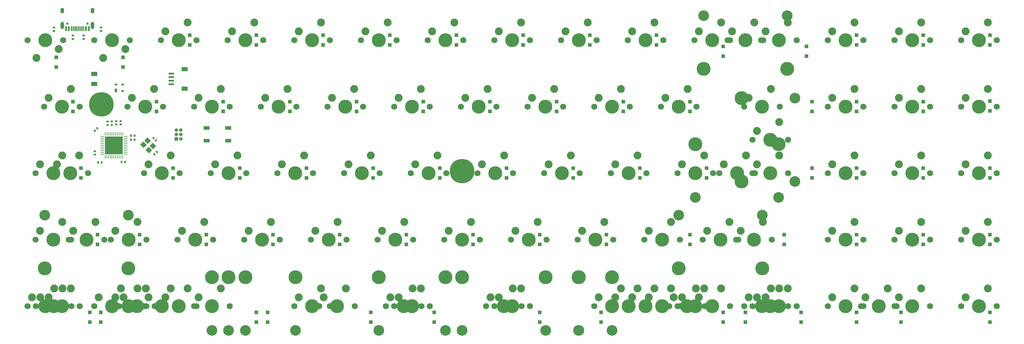
<source format=gbr>
%TF.GenerationSoftware,KiCad,Pcbnew,(7.0.0)*%
%TF.CreationDate,2023-03-04T14:45:49+01:00*%
%TF.ProjectId,qazimodo,71617a69-6d6f-4646-9f2e-6b696361645f,rev?*%
%TF.SameCoordinates,Original*%
%TF.FileFunction,Soldermask,Bot*%
%TF.FilePolarity,Negative*%
%FSLAX46Y46*%
G04 Gerber Fmt 4.6, Leading zero omitted, Abs format (unit mm)*
G04 Created by KiCad (PCBNEW (7.0.0)) date 2023-03-04 14:45:49*
%MOMM*%
%LPD*%
G01*
G04 APERTURE LIST*
G04 Aperture macros list*
%AMRoundRect*
0 Rectangle with rounded corners*
0 $1 Rounding radius*
0 $2 $3 $4 $5 $6 $7 $8 $9 X,Y pos of 4 corners*
0 Add a 4 corners polygon primitive as box body*
4,1,4,$2,$3,$4,$5,$6,$7,$8,$9,$2,$3,0*
0 Add four circle primitives for the rounded corners*
1,1,$1+$1,$2,$3*
1,1,$1+$1,$4,$5*
1,1,$1+$1,$6,$7*
1,1,$1+$1,$8,$9*
0 Add four rect primitives between the rounded corners*
20,1,$1+$1,$2,$3,$4,$5,0*
20,1,$1+$1,$4,$5,$6,$7,0*
20,1,$1+$1,$6,$7,$8,$9,0*
20,1,$1+$1,$8,$9,$2,$3,0*%
%AMRotRect*
0 Rectangle, with rotation*
0 The origin of the aperture is its center*
0 $1 length*
0 $2 width*
0 $3 Rotation angle, in degrees counterclockwise*
0 Add horizontal line*
21,1,$1,$2,0,0,$3*%
G04 Aperture macros list end*
%ADD10C,1.750000*%
%ADD11C,3.987800*%
%ADD12C,2.250000*%
%ADD13C,3.048000*%
%ADD14C,4.000000*%
%ADD15C,2.200000*%
%ADD16C,1.000000*%
%ADD17C,7.001300*%
%ADD18C,7.000240*%
%ADD19R,1.800000X1.100000*%
%ADD20R,1.100000X1.100000*%
%ADD21RoundRect,0.140000X0.170000X-0.140000X0.170000X0.140000X-0.170000X0.140000X-0.170000X-0.140000X0*%
%ADD22R,1.800000X1.200000*%
%ADD23R,1.550000X0.600000*%
%ADD24RoundRect,0.140000X0.219203X0.021213X0.021213X0.219203X-0.219203X-0.021213X-0.021213X-0.219203X0*%
%ADD25RoundRect,0.135000X-0.185000X0.135000X-0.185000X-0.135000X0.185000X-0.135000X0.185000X0.135000X0*%
%ADD26RoundRect,0.135000X0.135000X0.185000X-0.135000X0.185000X-0.135000X-0.185000X0.135000X-0.185000X0*%
%ADD27RoundRect,0.140000X-0.021213X0.219203X-0.219203X0.021213X0.021213X-0.219203X0.219203X-0.021213X0*%
%ADD28RoundRect,0.250000X-0.625000X0.375000X-0.625000X-0.375000X0.625000X-0.375000X0.625000X0.375000X0*%
%ADD29RotRect,1.400000X1.200000X135.000000*%
%ADD30C,0.650000*%
%ADD31R,0.600000X1.450000*%
%ADD32R,0.300000X1.450000*%
%ADD33O,1.000000X1.600000*%
%ADD34O,1.000000X2.100000*%
%ADD35R,0.700000X1.000000*%
%ADD36R,0.700000X0.600000*%
%ADD37RoundRect,0.140000X-0.140000X-0.170000X0.140000X-0.170000X0.140000X0.170000X-0.140000X0.170000X0*%
%ADD38RoundRect,0.140000X-0.170000X0.140000X-0.170000X-0.140000X0.170000X-0.140000X0.170000X0.140000X0*%
%ADD39R,1.000000X1.000000*%
%ADD40O,1.000000X1.000000*%
%ADD41RoundRect,0.062500X-0.062500X0.475000X-0.062500X-0.475000X0.062500X-0.475000X0.062500X0.475000X0*%
%ADD42RoundRect,0.062500X-0.475000X0.062500X-0.475000X-0.062500X0.475000X-0.062500X0.475000X0.062500X0*%
%ADD43R,5.200000X5.200000*%
G04 APERTURE END LIST*
D10*
%TO.C,MX3*%
X88582500Y-55562500D03*
D11*
X93662500Y-55562500D03*
D10*
X98742500Y-55562500D03*
D12*
X89852500Y-53022500D03*
X96202500Y-50482500D03*
%TD*%
D10*
%TO.C,MX55b1*%
X55245000Y-131762500D03*
D11*
X60325000Y-131762500D03*
D10*
X65405000Y-131762500D03*
D12*
X56515000Y-129222500D03*
X62865000Y-126682500D03*
%TD*%
D10*
%TO.C,MX64a1*%
X233839503Y-131764508D03*
D11*
X238919503Y-131764508D03*
D10*
X243999503Y-131764508D03*
D12*
X235109503Y-129224508D03*
X241459503Y-126684508D03*
%TD*%
D10*
%TO.C,MX68*%
X317182500Y-131762500D03*
D11*
X322262500Y-131762500D03*
D10*
X327342500Y-131762500D03*
D12*
X318452500Y-129222500D03*
X324802500Y-126682500D03*
%TD*%
D11*
%TO.C,MX61*%
X174663687Y-123507500D03*
D13*
X174663687Y-138747500D03*
D10*
X181489937Y-131762500D03*
D11*
X186569937Y-131762500D03*
D10*
X191649937Y-131762500D03*
D11*
X198476187Y-123507500D03*
D13*
X198476187Y-138747500D03*
D12*
X182759937Y-129222500D03*
X189109937Y-126682500D03*
%TD*%
D10*
%TO.C,MX63a1*%
X226695000Y-131762500D03*
D11*
X231775000Y-131762500D03*
D10*
X236855000Y-131762500D03*
D12*
X227965000Y-129222500D03*
X234315000Y-126682500D03*
%TD*%
D10*
%TO.C,MX52*%
X279082500Y-112712500D03*
D11*
X284162500Y-112712500D03*
D10*
X289242500Y-112712500D03*
D12*
X280352500Y-110172500D03*
X286702500Y-107632500D03*
%TD*%
D10*
%TO.C,MX34*%
X140970000Y-93662500D03*
D11*
X146050000Y-93662500D03*
D10*
X151130000Y-93662500D03*
D12*
X142240000Y-91122500D03*
X148590000Y-88582500D03*
%TD*%
D10*
%TO.C,MX9*%
X202882500Y-55562500D03*
D11*
X207962500Y-55562500D03*
D10*
X213042500Y-55562500D03*
D12*
X204152500Y-53022500D03*
X210502500Y-50482500D03*
%TD*%
D10*
%TO.C,MX14*%
X298132500Y-55562500D03*
D11*
X303212500Y-55562500D03*
D10*
X308292500Y-55562500D03*
D12*
X299402500Y-53022500D03*
X305752500Y-50482500D03*
%TD*%
D10*
%TO.C,MX27*%
X279082500Y-74612500D03*
D11*
X284162500Y-74612500D03*
D10*
X289242500Y-74612500D03*
D12*
X280352500Y-72072500D03*
X286702500Y-69532500D03*
%TD*%
D10*
%TO.C,MX30a1*%
X52795628Y-93662501D03*
D11*
X57875628Y-93662501D03*
D10*
X62955628Y-93662501D03*
D12*
X54065628Y-91122501D03*
X60415628Y-88582501D03*
%TD*%
D10*
%TO.C,MX42*%
X317182500Y-93662500D03*
D11*
X322262500Y-93662500D03*
D10*
X327342500Y-93662500D03*
D12*
X318452500Y-91122500D03*
X324802500Y-88582500D03*
%TD*%
D10*
%TO.C,MX39a1*%
X236220000Y-93662500D03*
D11*
X241300000Y-93662500D03*
D10*
X246380000Y-93662500D03*
D12*
X237490000Y-91122500D03*
X243840000Y-88582500D03*
%TD*%
D10*
%TO.C,MX50*%
X207645000Y-112712500D03*
D11*
X212725000Y-112712500D03*
D10*
X217805000Y-112712500D03*
D12*
X208915000Y-110172500D03*
X215265000Y-107632500D03*
%TD*%
D11*
%TO.C,MX60b1*%
X112712500Y-123507500D03*
D13*
X112712500Y-138747500D03*
D10*
X155257500Y-131762500D03*
D11*
X160337500Y-131762500D03*
D10*
X165417500Y-131762500D03*
D11*
X207962500Y-123507500D03*
D13*
X207962500Y-138747500D03*
D12*
X156527500Y-129222500D03*
X162877500Y-126682500D03*
%TD*%
D10*
%TO.C,MX25*%
X231457500Y-74612500D03*
D11*
X236537500Y-74612500D03*
D10*
X241617500Y-74612500D03*
D12*
X232727500Y-72072500D03*
X239077500Y-69532500D03*
%TD*%
D10*
%TO.C,MX11*%
X240982500Y-55562500D03*
D11*
X246062500Y-55562500D03*
D10*
X251142500Y-55562500D03*
D12*
X242252500Y-53022500D03*
X248602500Y-50482500D03*
%TD*%
D10*
%TO.C,MX62*%
X212407500Y-131762500D03*
D11*
X217487500Y-131762500D03*
D10*
X222567500Y-131762500D03*
D12*
X213677500Y-129222500D03*
X220027500Y-126682500D03*
%TD*%
D10*
%TO.C,MX57b1*%
X83820000Y-131762500D03*
D11*
X88900000Y-131762500D03*
D10*
X93980000Y-131762500D03*
D12*
X85090000Y-129222500D03*
X91440000Y-126682500D03*
%TD*%
D10*
%TO.C,MX41*%
X298132500Y-93662500D03*
D11*
X303212500Y-93662500D03*
D10*
X308292500Y-93662500D03*
D12*
X299402500Y-91122500D03*
X305752500Y-88582500D03*
%TD*%
D10*
%TO.C,MX54*%
X317182500Y-112712500D03*
D11*
X322262500Y-112712500D03*
D10*
X327342500Y-112712500D03*
D12*
X318452500Y-110172500D03*
X324802500Y-107632500D03*
%TD*%
D13*
%TO.C,MX12a1*%
X243681250Y-48577500D03*
D11*
X243681250Y-63817500D03*
D10*
X250507500Y-55562500D03*
D11*
X255587500Y-55562500D03*
D10*
X260667500Y-55562500D03*
D13*
X267493750Y-48577500D03*
D11*
X267493750Y-63817500D03*
D12*
X251777500Y-53022500D03*
X258127500Y-50482500D03*
%TD*%
D10*
%TO.C,MX65a1*%
X257642743Y-131822903D03*
D11*
X262722743Y-131822903D03*
D10*
X267802743Y-131822903D03*
D12*
X258912743Y-129282903D03*
X265262743Y-126742903D03*
%TD*%
D14*
%TO.C,MX60c1*%
X160337500Y-131762500D03*
D15*
X156527500Y-129222500D03*
X162877500Y-126682500D03*
%TD*%
D10*
%TO.C,MX45*%
X112395000Y-112712500D03*
D11*
X117475000Y-112712500D03*
D10*
X122555000Y-112712500D03*
D12*
X113665000Y-110172500D03*
X120015000Y-107632500D03*
%TD*%
D10*
%TO.C,MX67*%
X298132500Y-131762500D03*
D11*
X303212500Y-131762500D03*
D10*
X308292500Y-131762500D03*
D12*
X299402500Y-129222500D03*
X305752500Y-126682500D03*
%TD*%
D10*
%TO.C,MX53*%
X298132500Y-112712500D03*
D11*
X303212500Y-112712500D03*
D10*
X308292500Y-112712500D03*
D12*
X299402500Y-110172500D03*
X305752500Y-107632500D03*
%TD*%
D10*
%TO.C,MX33*%
X121920000Y-93662500D03*
D11*
X127000000Y-93662500D03*
D10*
X132080000Y-93662500D03*
D12*
X123190000Y-91122500D03*
X129540000Y-88582500D03*
%TD*%
D10*
%TO.C,MX8*%
X183832500Y-55562500D03*
D11*
X188912500Y-55562500D03*
D10*
X193992500Y-55562500D03*
D12*
X185102500Y-53022500D03*
X191452500Y-50482500D03*
%TD*%
D10*
%TO.C,MX38*%
X217170000Y-93662500D03*
D11*
X222250000Y-93662500D03*
D10*
X227330000Y-93662500D03*
D12*
X218440000Y-91122500D03*
X224790000Y-88582500D03*
%TD*%
D10*
%TO.C,MX48*%
X169545000Y-112712500D03*
D11*
X174625000Y-112712500D03*
D10*
X179705000Y-112712500D03*
D12*
X170815000Y-110172500D03*
X177165000Y-107632500D03*
%TD*%
D10*
%TO.C,MX19*%
X117157500Y-74612500D03*
D11*
X122237500Y-74612500D03*
D10*
X127317500Y-74612500D03*
D12*
X118427500Y-72072500D03*
X124777500Y-69532500D03*
%TD*%
D11*
%TO.C,MX26a1*%
X254444500Y-72199500D03*
X254444500Y-96075500D03*
D10*
X257619500Y-84137500D03*
D11*
X262699500Y-84137500D03*
D10*
X267779500Y-84137500D03*
D13*
X269684500Y-72199500D03*
X269684500Y-96075500D03*
D12*
X258889500Y-81597500D03*
X265239500Y-79057500D03*
%TD*%
D10*
%TO.C,MX10*%
X221932500Y-55562500D03*
D11*
X227012500Y-55562500D03*
D10*
X232092500Y-55562500D03*
D12*
X223202500Y-53022500D03*
X229552500Y-50482500D03*
%TD*%
D10*
%TO.C,MX21*%
X155257500Y-74612500D03*
D11*
X160337500Y-74612500D03*
D10*
X165417500Y-74612500D03*
D12*
X156527500Y-72072500D03*
X162877500Y-69532500D03*
%TD*%
D10*
%TO.C,MX66a1*%
X288607500Y-131762500D03*
D11*
X293687500Y-131762500D03*
D10*
X298767500Y-131762500D03*
D12*
X289877500Y-129222500D03*
X296227500Y-126682500D03*
%TD*%
D10*
%TO.C,MX64c1*%
X236220000Y-131762500D03*
D11*
X241300000Y-131762500D03*
D10*
X246380000Y-131762500D03*
D12*
X237490000Y-129222500D03*
X243840000Y-126682500D03*
%TD*%
D10*
%TO.C,MX37*%
X198120000Y-93662500D03*
D11*
X203200000Y-93662500D03*
D10*
X208280000Y-93662500D03*
D12*
X199390000Y-91122500D03*
X205740000Y-88582500D03*
%TD*%
D10*
%TO.C,MX64*%
X236220000Y-131762500D03*
D11*
X241300000Y-131762500D03*
D10*
X246380000Y-131762500D03*
D12*
X237490000Y-129222500D03*
X243840000Y-126682500D03*
%TD*%
D10*
%TO.C,MX46*%
X131445000Y-112712500D03*
D11*
X136525000Y-112712500D03*
D10*
X141605000Y-112712500D03*
D12*
X132715000Y-110172500D03*
X139065000Y-107632500D03*
%TD*%
D11*
%TO.C,MX39*%
X241268250Y-85407500D03*
D13*
X241268250Y-100647500D03*
D10*
X248094500Y-93662500D03*
D11*
X253174500Y-93662500D03*
D10*
X258254500Y-93662500D03*
D11*
X265080750Y-85407500D03*
D13*
X265080750Y-100647500D03*
D12*
X249364500Y-91122500D03*
X255714500Y-88582500D03*
%TD*%
D10*
%TO.C,MX44*%
X93345000Y-112712500D03*
D11*
X98425000Y-112712500D03*
D10*
X103505000Y-112712500D03*
D12*
X94615000Y-110172500D03*
X100965000Y-107632500D03*
%TD*%
D10*
%TO.C,MX26*%
X255270000Y-74612500D03*
D11*
X260350000Y-74612500D03*
D10*
X265430000Y-74612500D03*
D12*
X256540000Y-72072500D03*
X262890000Y-69532500D03*
%TD*%
D11*
%TO.C,MX61a1*%
X169862500Y-123507500D03*
D13*
X169862500Y-138747500D03*
D10*
X183832500Y-131762500D03*
D11*
X188912500Y-131762500D03*
D10*
X193992500Y-131762500D03*
D11*
X207962500Y-123507500D03*
D13*
X207962500Y-138747500D03*
D12*
X185102500Y-129222500D03*
X191452500Y-126682500D03*
%TD*%
D10*
%TO.C,MX30*%
X57594500Y-93662500D03*
D11*
X62674500Y-93662500D03*
D10*
X67754500Y-93662500D03*
D12*
X58864500Y-91122500D03*
X65214500Y-88582500D03*
%TD*%
D10*
%TO.C,MX40*%
X279082500Y-93662500D03*
D11*
X284162500Y-93662500D03*
D10*
X289242500Y-93662500D03*
D12*
X280352500Y-91122500D03*
X286702500Y-88582500D03*
%TD*%
D10*
%TO.C,MX49*%
X188595000Y-112712500D03*
D11*
X193675000Y-112712500D03*
D10*
X198755000Y-112712500D03*
D12*
X189865000Y-110172500D03*
X196215000Y-107632500D03*
%TD*%
D10*
%TO.C,MX23*%
X193357500Y-74612500D03*
D11*
X198437500Y-74612500D03*
D10*
X203517500Y-74612500D03*
D12*
X194627500Y-72072500D03*
X200977500Y-69532500D03*
%TD*%
D10*
%TO.C,MX24*%
X212407500Y-74612500D03*
D11*
X217487500Y-74612500D03*
D10*
X222567500Y-74612500D03*
D12*
X213677500Y-72072500D03*
X220027500Y-69532500D03*
%TD*%
D10*
%TO.C,MX55*%
X50482500Y-131762500D03*
D11*
X55562500Y-131762500D03*
D10*
X60642500Y-131762500D03*
D12*
X51752500Y-129222500D03*
X58102500Y-126682500D03*
%TD*%
D10*
%TO.C,MX2*%
X79692500Y-55562500D03*
D11*
X74612500Y-55562500D03*
D10*
X69532500Y-55562500D03*
D12*
X78422500Y-58102500D03*
X72072500Y-60642500D03*
%TD*%
D10*
%TO.C,MX31*%
X83820000Y-93662500D03*
D11*
X88900000Y-93662500D03*
D10*
X93980000Y-93662500D03*
D12*
X85090000Y-91122500D03*
X91440000Y-88582500D03*
%TD*%
D10*
%TO.C,MX63b1*%
X217170000Y-131762500D03*
D11*
X222250000Y-131762500D03*
D10*
X227330000Y-131762500D03*
D12*
X218440000Y-129222500D03*
X224790000Y-126682500D03*
%TD*%
D10*
%TO.C,MX58*%
X98107500Y-131762500D03*
D11*
X103187500Y-131762500D03*
D10*
X108267500Y-131762500D03*
D12*
X99377500Y-129222500D03*
X105727500Y-126682500D03*
%TD*%
D10*
%TO.C,MX29*%
X317182500Y-74612500D03*
D11*
X322262500Y-74612500D03*
D10*
X327342500Y-74612500D03*
D12*
X318452500Y-72072500D03*
X324802500Y-69532500D03*
%TD*%
D10*
%TO.C,MX57a1*%
X88582500Y-131762500D03*
D11*
X93662500Y-131762500D03*
D10*
X98742500Y-131762500D03*
D12*
X89852500Y-129222500D03*
X96202500Y-126682500D03*
%TD*%
D10*
%TO.C,MX32*%
X102870000Y-93662500D03*
D11*
X107950000Y-93662500D03*
D10*
X113030000Y-93662500D03*
D12*
X104140000Y-91122500D03*
X110490000Y-88582500D03*
%TD*%
D10*
%TO.C,MX12*%
X260032500Y-55562500D03*
D11*
X265112500Y-55562500D03*
D10*
X270192500Y-55562500D03*
D12*
X261302500Y-53022500D03*
X267652500Y-50482500D03*
%TD*%
D10*
%TO.C,MX17*%
X79057500Y-74612500D03*
D11*
X84137500Y-74612500D03*
D10*
X89217500Y-74612500D03*
D12*
X80327500Y-72072500D03*
X86677500Y-69532500D03*
%TD*%
D10*
%TO.C,MX16*%
X55245000Y-74612500D03*
D11*
X60325000Y-74612500D03*
D10*
X65405000Y-74612500D03*
D12*
X56515000Y-72072500D03*
X62865000Y-69532500D03*
%TD*%
D10*
%TO.C,MX55a1*%
X52881621Y-131762500D03*
D11*
X57961621Y-131762500D03*
D10*
X63041621Y-131762500D03*
D12*
X54151621Y-129222500D03*
X60501621Y-126682500D03*
%TD*%
D11*
%TO.C,MX60a1*%
X107924600Y-123507500D03*
D13*
X107924600Y-138747500D03*
D10*
X152844500Y-131762500D03*
D11*
X157924500Y-131762500D03*
D10*
X163004500Y-131762500D03*
D11*
X207924400Y-123507500D03*
D13*
X207924400Y-138747500D03*
D12*
X154114500Y-129222500D03*
X160464500Y-126682500D03*
%TD*%
D10*
%TO.C,MX36*%
X179070000Y-93662500D03*
D11*
X184150000Y-93662500D03*
D10*
X189230000Y-93662500D03*
D12*
X180340000Y-91122500D03*
X186690000Y-88582500D03*
%TD*%
D11*
%TO.C,MX59a1*%
X112712500Y-123507500D03*
D13*
X112712500Y-138747500D03*
D10*
X126682500Y-131762500D03*
D11*
X131762500Y-131762500D03*
D10*
X136842500Y-131762500D03*
D11*
X150812500Y-123507500D03*
D13*
X150812500Y-138747500D03*
D12*
X127952500Y-129222500D03*
X134302500Y-126682500D03*
%TD*%
D13*
%TO.C,MX51b1*%
X236569250Y-105727500D03*
D11*
X236569250Y-120967500D03*
D10*
X243395500Y-112712500D03*
D11*
X248475500Y-112712500D03*
D10*
X253555500Y-112712500D03*
D13*
X260381750Y-105727500D03*
D11*
X260381750Y-120967500D03*
D12*
X244665500Y-110172500D03*
X251015500Y-107632500D03*
%TD*%
D10*
%TO.C,MX5*%
X126682500Y-55562500D03*
D11*
X131762500Y-55562500D03*
D10*
X136842500Y-55562500D03*
D12*
X127952500Y-53022500D03*
X134302500Y-50482500D03*
%TD*%
D10*
%TO.C,MX7*%
X164782500Y-55562500D03*
D11*
X169862500Y-55562500D03*
D10*
X174942500Y-55562500D03*
D12*
X166052500Y-53022500D03*
X172402500Y-50482500D03*
%TD*%
D10*
%TO.C,MX18*%
X98107500Y-74612500D03*
D11*
X103187500Y-74612500D03*
D10*
X108267500Y-74612500D03*
D12*
X99377500Y-72072500D03*
X105727500Y-69532500D03*
%TD*%
D10*
%TO.C,MX15*%
X317182500Y-55562500D03*
D11*
X322262500Y-55562500D03*
D10*
X327342500Y-55562500D03*
D12*
X318452500Y-53022500D03*
X324802500Y-50482500D03*
%TD*%
D10*
%TO.C,MX56b1*%
X74295000Y-131762500D03*
D11*
X79375000Y-131762500D03*
D10*
X84455000Y-131762500D03*
D12*
X75565000Y-129222500D03*
X81915000Y-126682500D03*
%TD*%
D10*
%TO.C,MX63*%
X221932500Y-131762500D03*
D11*
X227012500Y-131762500D03*
D10*
X232092500Y-131762500D03*
D12*
X223202500Y-129222500D03*
X229552500Y-126682500D03*
%TD*%
D10*
%TO.C,MX4*%
X107632500Y-55562500D03*
D11*
X112712500Y-55562500D03*
D10*
X117792500Y-55562500D03*
D12*
X108902500Y-53022500D03*
X115252500Y-50482500D03*
%TD*%
D10*
%TO.C,MX20*%
X136207500Y-74612500D03*
D11*
X141287500Y-74612500D03*
D10*
X146367500Y-74612500D03*
D12*
X137477500Y-72072500D03*
X143827500Y-69532500D03*
%TD*%
D10*
%TO.C,MX28*%
X298132500Y-74612500D03*
D11*
X303212500Y-74612500D03*
D10*
X308292500Y-74612500D03*
D12*
X299402500Y-72072500D03*
X305752500Y-69532500D03*
%TD*%
D10*
%TO.C,MX51*%
X226695000Y-112712500D03*
D11*
X231775000Y-112712500D03*
D10*
X236855000Y-112712500D03*
D12*
X227965000Y-110172500D03*
X234315000Y-107632500D03*
%TD*%
D10*
%TO.C,MX35*%
X160020000Y-93662500D03*
D11*
X165100000Y-93662500D03*
D10*
X170180000Y-93662500D03*
D12*
X161290000Y-91122500D03*
X167640000Y-88582500D03*
%TD*%
D10*
%TO.C,MX66*%
X279082500Y-131762500D03*
D11*
X284162500Y-131762500D03*
D10*
X289242500Y-131762500D03*
D12*
X280352500Y-129222500D03*
X286702500Y-126682500D03*
%TD*%
D10*
%TO.C,MX65*%
X255270000Y-131762500D03*
D11*
X260350000Y-131762500D03*
D10*
X265430000Y-131762500D03*
D12*
X256540000Y-129222500D03*
X262890000Y-126682500D03*
%TD*%
D10*
%TO.C,MX51a1*%
X252920500Y-112712500D03*
D11*
X258000500Y-112712500D03*
D10*
X263080500Y-112712500D03*
D12*
X254190500Y-110172500D03*
X260540500Y-107632500D03*
%TD*%
D11*
%TO.C,MX59*%
X127031750Y-123507500D03*
D13*
X127031750Y-138747500D03*
D10*
X133858000Y-131762500D03*
D11*
X138938000Y-131762500D03*
D10*
X144018000Y-131762500D03*
D11*
X150844250Y-123507500D03*
D13*
X150844250Y-138747500D03*
D12*
X135128000Y-129222500D03*
X141478000Y-126682500D03*
%TD*%
D10*
%TO.C,MX64b1*%
X240982500Y-131762500D03*
D11*
X246062500Y-131762500D03*
D10*
X251142500Y-131762500D03*
D12*
X242252500Y-129222500D03*
X248602500Y-126682500D03*
%TD*%
D10*
%TO.C,MX47*%
X150495000Y-112712500D03*
D11*
X155575000Y-112712500D03*
D10*
X160655000Y-112712500D03*
D12*
X151765000Y-110172500D03*
X158115000Y-107632500D03*
%TD*%
D16*
%TO.C,*%
X69325000Y-73991000D03*
X69325000Y-73991000D03*
X69998654Y-72364654D03*
X69998654Y-72364654D03*
X69998654Y-75617346D03*
X69998654Y-75617346D03*
X71625000Y-71691000D03*
X71625000Y-71691000D03*
D17*
X71625000Y-73991000D03*
X71625000Y-73991000D03*
D16*
X71625000Y-76291000D03*
X71625000Y-76291000D03*
X73251346Y-72364654D03*
X73251346Y-72364654D03*
X73251346Y-75617346D03*
X73251346Y-75617346D03*
X73925000Y-73991000D03*
X73925000Y-73991000D03*
D18*
X174625000Y-93091000D03*
X174625000Y-93091000D03*
%TD*%
D10*
%TO.C,MX39b1*%
X257619500Y-93662500D03*
D11*
X262699500Y-93662500D03*
D10*
X267779500Y-93662500D03*
D12*
X258889500Y-91122500D03*
X265239500Y-88582500D03*
%TD*%
D10*
%TO.C,MX56*%
X69532500Y-131762500D03*
D11*
X74612500Y-131762500D03*
D10*
X79692500Y-131762500D03*
D12*
X70802500Y-129222500D03*
X77152500Y-126682500D03*
%TD*%
D10*
%TO.C,MX43b1*%
X74295000Y-112712500D03*
D11*
X79375000Y-112712500D03*
D10*
X84455000Y-112712500D03*
D12*
X75565000Y-110172500D03*
X81915000Y-107632500D03*
%TD*%
D10*
%TO.C,MX43a1*%
X52839685Y-112727971D03*
D11*
X57919685Y-112727971D03*
D10*
X62999685Y-112727971D03*
D12*
X54109685Y-110187971D03*
X60459685Y-107647971D03*
%TD*%
D10*
%TO.C,MX65b1*%
X260032500Y-131762500D03*
D11*
X265112500Y-131762500D03*
D10*
X270192500Y-131762500D03*
D12*
X261302500Y-129222500D03*
X267652500Y-126682500D03*
%TD*%
D10*
%TO.C,MX22*%
X174307500Y-74612500D03*
D11*
X179387500Y-74612500D03*
D10*
X184467500Y-74612500D03*
D12*
X175577500Y-72072500D03*
X181927500Y-69532500D03*
%TD*%
D10*
%TO.C,MX56a1*%
X76687877Y-131789345D03*
D11*
X81767877Y-131789345D03*
D10*
X86847877Y-131789345D03*
D12*
X77957877Y-129249345D03*
X84307877Y-126709345D03*
%TD*%
D10*
%TO.C,MX13*%
X279082500Y-55562500D03*
D11*
X284162500Y-55562500D03*
D10*
X289242500Y-55562500D03*
D12*
X280352500Y-53022500D03*
X286702500Y-50482500D03*
%TD*%
D10*
%TO.C,MX6*%
X145732500Y-55562500D03*
D11*
X150812500Y-55562500D03*
D10*
X155892500Y-55562500D03*
D12*
X147002500Y-53022500D03*
X153352500Y-50482500D03*
%TD*%
D11*
%TO.C,MX60*%
X103187500Y-123507500D03*
D13*
X103187500Y-138747500D03*
D10*
X155257500Y-131762500D03*
D11*
X160337500Y-131762500D03*
D10*
X165417500Y-131762500D03*
D11*
X217487500Y-123507500D03*
D13*
X217487500Y-138747500D03*
D12*
X156527500Y-129222500D03*
X162877500Y-126682500D03*
%TD*%
D10*
%TO.C,MX1*%
X60642500Y-55562500D03*
D11*
X55562500Y-55562500D03*
D10*
X50482500Y-55562500D03*
D12*
X59372500Y-58102500D03*
X53022500Y-60642500D03*
%TD*%
D13*
%TO.C,MX43*%
X55467250Y-105727500D03*
D11*
X55467250Y-120967500D03*
D10*
X62293500Y-112712500D03*
D11*
X67373500Y-112712500D03*
D10*
X72453500Y-112712500D03*
D13*
X79279750Y-105727500D03*
D11*
X79279750Y-120967500D03*
D12*
X63563500Y-110172500D03*
X69913500Y-107632500D03*
%TD*%
D19*
%TO.C,SW_Reset1*%
X107874999Y-80699999D03*
X101674999Y-84399999D03*
X107874999Y-84399999D03*
X101674999Y-80699999D03*
%TD*%
D20*
%TO.C,D7*%
X77787499Y-63312499D03*
X77787499Y-60512499D03*
%TD*%
%TO.C,D42*%
X266699999Y-114112499D03*
X266699999Y-111312499D03*
%TD*%
%TO.C,D48*%
X274637499Y-95062499D03*
X274637499Y-92262499D03*
%TD*%
D21*
%TO.C,C2*%
X69723000Y-88364000D03*
X69723000Y-87404000D03*
%TD*%
D20*
%TO.C,D11*%
X71437499Y-136337499D03*
X71437499Y-133537499D03*
%TD*%
%TO.C,D58*%
X271462499Y-136337499D03*
X271462499Y-133537499D03*
%TD*%
D22*
%TO.C,J2*%
X95412499Y-63874999D03*
X95412499Y-69474999D03*
D23*
X91537499Y-65174999D03*
X91537499Y-66174999D03*
X91537499Y-67174999D03*
X91537499Y-68174999D03*
%TD*%
D20*
%TO.C,D71*%
X325437499Y-136337499D03*
X325437499Y-133537499D03*
%TD*%
%TO.C,D52*%
X287337499Y-114112499D03*
X287337499Y-111312499D03*
%TD*%
%TO.C,D15*%
X120649999Y-114112499D03*
X120649999Y-111312499D03*
%TD*%
%TO.C,D38*%
X201612499Y-76012499D03*
X201612499Y-73212499D03*
%TD*%
%TO.C,D50*%
X239712499Y-76012499D03*
X239712499Y-73212499D03*
%TD*%
%TO.C,D62*%
X325437499Y-114112499D03*
X325437499Y-111312499D03*
%TD*%
%TO.C,D70*%
X325437499Y-56962499D03*
X325437499Y-54162499D03*
%TD*%
%TO.C,D16*%
X115887499Y-136337499D03*
X115887499Y-133537499D03*
%TD*%
D24*
%TO.C,C4*%
X87215030Y-84286411D03*
X86536208Y-83607589D03*
%TD*%
D20*
%TO.C,D66*%
X325437499Y-95062499D03*
X325437499Y-92262499D03*
%TD*%
%TO.C,D18*%
X125412499Y-76012499D03*
X125412499Y-73212499D03*
%TD*%
%TO.C,D61*%
X306387499Y-95062499D03*
X306387499Y-92262499D03*
%TD*%
%TO.C,D41*%
X214312499Y-136337499D03*
X214312499Y-133537499D03*
%TD*%
D25*
%TO.C,R1*%
X73406000Y-78865000D03*
X73406000Y-79885000D03*
%TD*%
%TO.C,R2*%
X74549000Y-78865000D03*
X74549000Y-79885000D03*
%TD*%
D20*
%TO.C,D34*%
X187324999Y-95062499D03*
X187324999Y-92262499D03*
%TD*%
%TO.C,D65*%
X306387499Y-76012499D03*
X306387499Y-73212499D03*
%TD*%
%TO.C,D4*%
X65784191Y-95051704D03*
X65784191Y-92251704D03*
%TD*%
%TO.C,D14*%
X111124999Y-95062499D03*
X111124999Y-92262499D03*
%TD*%
%TO.C,D47*%
X249237499Y-136337499D03*
X249237499Y-133537499D03*
%TD*%
%TO.C,D57*%
X306387499Y-114112499D03*
X306387499Y-111312499D03*
%TD*%
D26*
%TO.C,R4*%
X81091500Y-82931000D03*
X80071500Y-82931000D03*
%TD*%
D20*
%TO.C,D51*%
X244474999Y-95062499D03*
X244474999Y-92262499D03*
%TD*%
%TO.C,D49*%
X230187499Y-56962499D03*
X230187499Y-54162499D03*
%TD*%
D25*
%TO.C,R_USBSHIELD1*%
X71501000Y-51941000D03*
X71501000Y-52961000D03*
%TD*%
D20*
%TO.C,D45*%
X225424999Y-95062499D03*
X225424999Y-92262499D03*
%TD*%
D27*
%TO.C,C8*%
X70443411Y-80813589D03*
X69764589Y-81492411D03*
%TD*%
D20*
%TO.C,D17*%
X115887499Y-56962499D03*
X115887499Y-54162499D03*
%TD*%
D28*
%TO.C,F1*%
X69596000Y-65275000D03*
X69596000Y-68075000D03*
%TD*%
D20*
%TO.C,D10*%
X101599999Y-114112499D03*
X101599999Y-111312499D03*
%TD*%
D25*
%TO.C,R_USB1*%
X63500000Y-54227000D03*
X63500000Y-55247000D03*
%TD*%
D20*
%TO.C,D19*%
X130174999Y-95062499D03*
X130174999Y-92262499D03*
%TD*%
%TO.C,D5*%
X70515674Y-114126367D03*
X70515674Y-111326367D03*
%TD*%
D25*
%TO.C,R_USB2*%
X66548000Y-54227000D03*
X66548000Y-55247000D03*
%TD*%
D20*
%TO.C,D64*%
X287337499Y-56962499D03*
X287337499Y-54162499D03*
%TD*%
%TO.C,D26*%
X148589999Y-136337499D03*
X148589999Y-133537499D03*
%TD*%
%TO.C,D36*%
X196849999Y-136337499D03*
X196849999Y-133537499D03*
%TD*%
D29*
%TO.C,Y1*%
X85147395Y-87103857D03*
X83591760Y-85548222D03*
X84793841Y-84346141D03*
X86349476Y-85901776D03*
%TD*%
D20*
%TO.C,D22*%
X134937499Y-56962499D03*
X134937499Y-54162499D03*
%TD*%
D30*
%TO.C,J3*%
X61880000Y-50808000D03*
X67660000Y-50808000D03*
D31*
X61519999Y-52252999D03*
X62319999Y-52252999D03*
D32*
X63519999Y-52252999D03*
X64519999Y-52252999D03*
X65019999Y-52252999D03*
X66019999Y-52252999D03*
D31*
X67219999Y-52252999D03*
X68019999Y-52252999D03*
X68019999Y-52252999D03*
X67219999Y-52252999D03*
D32*
X66519999Y-52252999D03*
X65519999Y-52252999D03*
X64019999Y-52252999D03*
X63019999Y-52252999D03*
D31*
X62319999Y-52252999D03*
X61519999Y-52252999D03*
D33*
X60449999Y-47157999D03*
D34*
X60449999Y-51337999D03*
D33*
X69089999Y-47157999D03*
D34*
X69089999Y-51337999D03*
%TD*%
D20*
%TO.C,D31*%
X166687499Y-136337499D03*
X166687499Y-133537499D03*
%TD*%
%TO.C,D28*%
X163512499Y-76012499D03*
X163512499Y-73212499D03*
%TD*%
D35*
%TO.C,D72*%
X75707999Y-69964999D03*
D36*
X75707999Y-68264999D03*
X77707999Y-68264999D03*
X77707999Y-70164999D03*
%TD*%
D20*
%TO.C,D63*%
X287337499Y-136337499D03*
X287337499Y-133537499D03*
%TD*%
%TO.C,D44*%
X220662499Y-76012499D03*
X220662499Y-73212499D03*
%TD*%
%TO.C,D68*%
X306387499Y-56962499D03*
X306387499Y-54162499D03*
%TD*%
D26*
%TO.C,R3*%
X71693500Y-90614500D03*
X70673500Y-90614500D03*
%TD*%
D20*
%TO.C,D29*%
X168274999Y-95062499D03*
X168274999Y-92262499D03*
%TD*%
D37*
%TO.C,C7*%
X80101500Y-84074000D03*
X81061500Y-84074000D03*
%TD*%
D20*
%TO.C,D24*%
X149224999Y-95062499D03*
X149224999Y-92262499D03*
%TD*%
%TO.C,D2*%
X58737499Y-63312499D03*
X58737499Y-60512499D03*
%TD*%
D21*
%TO.C,C1*%
X75819000Y-79728000D03*
X75819000Y-78768000D03*
%TD*%
D20*
%TO.C,D6*%
X68262499Y-136337499D03*
X68262499Y-133537499D03*
%TD*%
D21*
%TO.C,C5*%
X77089000Y-79728000D03*
X77089000Y-78768000D03*
%TD*%
D20*
%TO.C,D43*%
X211137499Y-56962499D03*
X211137499Y-54162499D03*
%TD*%
%TO.C,D32*%
X173037499Y-56962499D03*
X173037499Y-54162499D03*
%TD*%
%TO.C,D1*%
X82549999Y-114112499D03*
X82549999Y-111312499D03*
%TD*%
%TO.C,D69*%
X325437499Y-75824999D03*
X325437499Y-73024999D03*
%TD*%
%TO.C,D60*%
X287337499Y-76012499D03*
X287337499Y-73212499D03*
%TD*%
%TO.C,D27*%
X153987499Y-56962499D03*
X153987499Y-54162499D03*
%TD*%
%TO.C,D25*%
X158749999Y-114112499D03*
X158749999Y-111312499D03*
%TD*%
D37*
%TO.C,C6*%
X77371000Y-90424000D03*
X78331000Y-90424000D03*
%TD*%
D20*
%TO.C,D33*%
X182562499Y-76012499D03*
X182562499Y-73212499D03*
%TD*%
%TO.C,D21*%
X119062499Y-136337499D03*
X119062499Y-133537499D03*
%TD*%
%TO.C,D12*%
X96837499Y-56962499D03*
X96837499Y-54162499D03*
%TD*%
%TO.C,D23*%
X144462499Y-76012499D03*
X144462499Y-73212499D03*
%TD*%
%TO.C,D59*%
X273049999Y-60137499D03*
X273049999Y-57337499D03*
%TD*%
%TO.C,D40*%
X215899999Y-114112499D03*
X215899999Y-111312499D03*
%TD*%
%TO.C,D8*%
X87312499Y-76012499D03*
X87312499Y-73212499D03*
%TD*%
%TO.C,D56*%
X287337499Y-95062499D03*
X287337499Y-92262499D03*
%TD*%
%TO.C,D37*%
X192087499Y-56962499D03*
X192087499Y-54162499D03*
%TD*%
D38*
%TO.C,C_USBSHIELD1*%
X58039000Y-51971000D03*
X58039000Y-52931000D03*
%TD*%
D20*
%TO.C,D54*%
X249237499Y-60137499D03*
X249237499Y-57337499D03*
%TD*%
%TO.C,D55*%
X274637499Y-76012499D03*
X274637499Y-73212499D03*
%TD*%
%TO.C,D9*%
X92074999Y-95062499D03*
X92074999Y-92262499D03*
%TD*%
D39*
%TO.C,J1*%
X93037499Y-83819999D03*
D40*
X94307499Y-83819999D03*
X93037499Y-82549999D03*
X94307499Y-82549999D03*
X93037499Y-81279999D03*
X94307499Y-81279999D03*
%TD*%
D41*
%TO.C,U1*%
X72684000Y-82387500D03*
X73184000Y-82387500D03*
X73684000Y-82387500D03*
X74184000Y-82387500D03*
X74684000Y-82387500D03*
X75184000Y-82387500D03*
X75684000Y-82387500D03*
X76184000Y-82387500D03*
X76684000Y-82387500D03*
X77184000Y-82387500D03*
X77684000Y-82387500D03*
D42*
X78521500Y-83225000D03*
X78521500Y-83725000D03*
X78521500Y-84225000D03*
X78521500Y-84725000D03*
X78521500Y-85225000D03*
X78521500Y-85725000D03*
X78521500Y-86225000D03*
X78521500Y-86725000D03*
X78521500Y-87225000D03*
X78521500Y-87725000D03*
X78521500Y-88225000D03*
D41*
X77684000Y-89062500D03*
X77184000Y-89062500D03*
X76684000Y-89062500D03*
X76184000Y-89062500D03*
X75684000Y-89062500D03*
X75184000Y-89062500D03*
X74684000Y-89062500D03*
X74184000Y-89062500D03*
X73684000Y-89062500D03*
X73184000Y-89062500D03*
X72684000Y-89062500D03*
D42*
X71846500Y-88225000D03*
X71846500Y-87725000D03*
X71846500Y-87225000D03*
X71846500Y-86725000D03*
X71846500Y-86225000D03*
X71846500Y-85725000D03*
X71846500Y-85225000D03*
X71846500Y-84725000D03*
X71846500Y-84225000D03*
X71846500Y-83725000D03*
X71846500Y-83225000D03*
D43*
X75183999Y-85724999D03*
%TD*%
D20*
%TO.C,D3*%
X63499999Y-76012499D03*
X63499999Y-73212499D03*
%TD*%
%TO.C,D67*%
X300037499Y-136337499D03*
X300037499Y-133537499D03*
%TD*%
%TO.C,D13*%
X106362499Y-76012499D03*
X106362499Y-73212499D03*
%TD*%
%TO.C,D30*%
X177799999Y-114112499D03*
X177799999Y-111312499D03*
%TD*%
%TO.C,D46*%
X239712499Y-114112499D03*
X239712499Y-111312499D03*
%TD*%
%TO.C,D39*%
X206374999Y-95062499D03*
X206374999Y-92262499D03*
%TD*%
%TO.C,D35*%
X196849999Y-114112499D03*
X196849999Y-111312499D03*
%TD*%
D27*
%TO.C,C3*%
X87469030Y-87544589D03*
X86790208Y-88223411D03*
%TD*%
D20*
%TO.C,D20*%
X139699999Y-114112499D03*
X139699999Y-111312499D03*
%TD*%
%TO.C,D53*%
X255587499Y-136337499D03*
X255587499Y-133537499D03*
%TD*%
M02*

</source>
